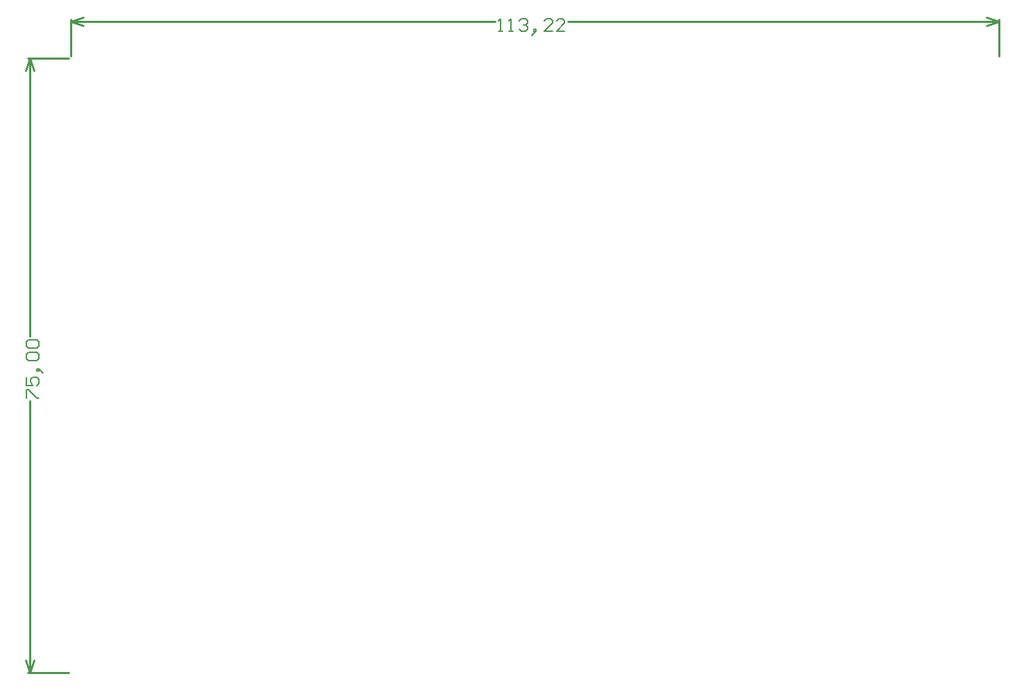
<source format=gm1>
G04*
G04 #@! TF.GenerationSoftware,Altium Limited,Altium Designer,20.1.14 (287)*
G04*
G04 Layer_Color=16711935*
%FSAX25Y25*%
%MOIN*%
G70*
G04*
G04 #@! TF.SameCoordinates,1876172F-CBA1-4FB9-98D7-45F53F2F45AF*
G04*
G04*
G04 #@! TF.FilePolarity,Positive*
G04*
G01*
G75*
%ADD74C,0.01000*%
%ADD75C,0.00600*%
D74*
X0349339Y0662086D02*
X0355339Y0664086D01*
X0349339Y0662086D02*
X0355339Y0660086D01*
X0789088D02*
X0795088Y0662086D01*
X0789088Y0664086D02*
X0795088Y0662086D01*
X0349339D02*
X0553018D01*
X0588208D02*
X0795088D01*
X0349339Y0645369D02*
Y0663086D01*
X0795088Y0645369D02*
Y0663086D01*
X0327655Y0355094D02*
X0329655Y0349094D01*
X0331655Y0355094D01*
X0329655Y0644369D02*
X0331655Y0638369D01*
X0327655D02*
X0329655Y0644369D01*
Y0349094D02*
Y0479536D01*
Y0510727D02*
Y0644369D01*
X0328655Y0349094D02*
X0348339D01*
X0328655Y0644369D02*
X0348339D01*
D75*
X0554618Y0657487D02*
X0556618D01*
X0555618D01*
Y0663485D01*
X0554618Y0662485D01*
X0559617Y0657487D02*
X0561616D01*
X0560616D01*
Y0663485D01*
X0559617Y0662485D01*
X0564615D02*
X0565615Y0663485D01*
X0567614D01*
X0568614Y0662485D01*
Y0661486D01*
X0567614Y0660486D01*
X0566614D01*
X0567614D01*
X0568614Y0659486D01*
Y0658487D01*
X0567614Y0657487D01*
X0565615D01*
X0564615Y0658487D01*
X0571613Y0656487D02*
X0572612Y0657487D01*
Y0658487D01*
X0571613D01*
Y0657487D01*
X0572612D01*
X0571613Y0656487D01*
X0570613Y0655487D01*
X0580610Y0657487D02*
X0576611D01*
X0580610Y0661486D01*
Y0662485D01*
X0579610Y0663485D01*
X0577611D01*
X0576611Y0662485D01*
X0586608Y0657487D02*
X0582609D01*
X0586608Y0661486D01*
Y0662485D01*
X0585608Y0663485D01*
X0583609D01*
X0582609Y0662485D01*
X0328255Y0481136D02*
Y0485135D01*
X0329255D01*
X0333254Y0481136D01*
X0334253D01*
X0328255Y0491132D02*
Y0487134D01*
X0331254D01*
X0330255Y0489133D01*
Y0490133D01*
X0331254Y0491132D01*
X0333254D01*
X0334253Y0490133D01*
Y0488133D01*
X0333254Y0487134D01*
X0335253Y0494132D02*
X0334253Y0495131D01*
X0333254D01*
Y0494132D01*
X0334253D01*
Y0495131D01*
X0335253Y0494132D01*
X0336253Y0493132D01*
X0329255Y0499130D02*
X0328255Y0500130D01*
Y0502129D01*
X0329255Y0503129D01*
X0333254D01*
X0334253Y0502129D01*
Y0500130D01*
X0333254Y0499130D01*
X0329255D01*
Y0505128D02*
X0328255Y0506128D01*
Y0508127D01*
X0329255Y0509127D01*
X0333254D01*
X0334253Y0508127D01*
Y0506128D01*
X0333254Y0505128D01*
X0329255D01*
M02*

</source>
